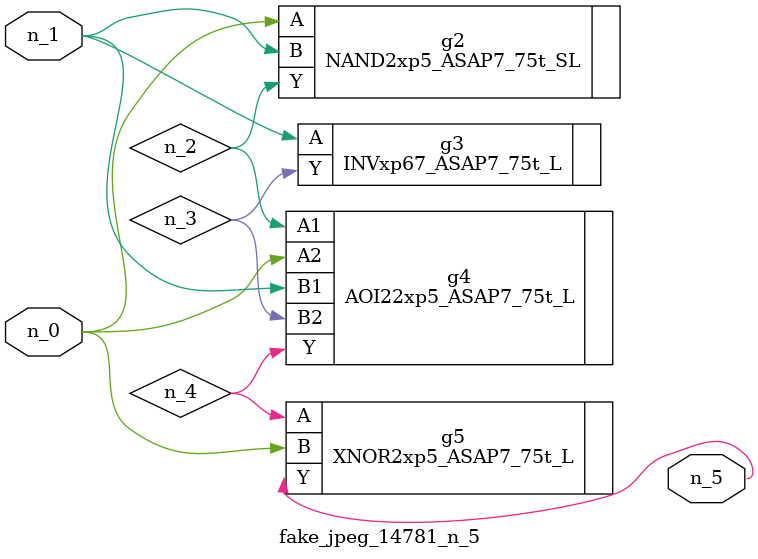
<source format=v>
module fake_jpeg_14781_n_5 (n_0, n_1, n_5);

input n_0;
input n_1;

output n_5;

wire n_3;
wire n_2;
wire n_4;

NAND2xp5_ASAP7_75t_SL g2 ( 
.A(n_0),
.B(n_1),
.Y(n_2)
);

INVxp67_ASAP7_75t_L g3 ( 
.A(n_1),
.Y(n_3)
);

AOI22xp5_ASAP7_75t_L g4 ( 
.A1(n_2),
.A2(n_0),
.B1(n_1),
.B2(n_3),
.Y(n_4)
);

XNOR2xp5_ASAP7_75t_L g5 ( 
.A(n_4),
.B(n_0),
.Y(n_5)
);


endmodule
</source>
